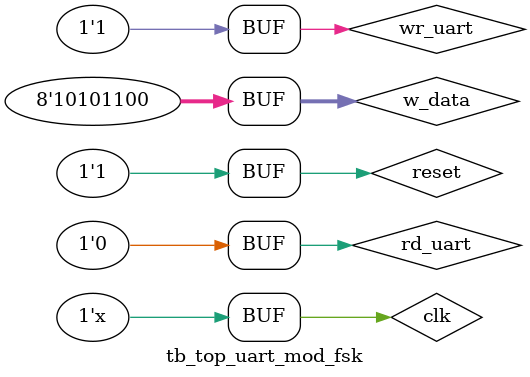
<source format=v>
`timescale 1ns/1ps
module tb_top_uart_mod_fsk();
    reg clk, reset;
    reg rd_uart, wr_uart;
    reg [7:0] w_data;
    wire tx_full, rx_empty;
    wire mosi_dac;
	wire cs_dac;
    wire sclk_dac;

top_uart_mod_fsk uut(
    .clk(clk),
    .reset(reset),
    .rd_uart(rd_uart),
    .wr_uart(wr_uart),
    .w_data(w_data),
    .tx_full(tx_full),
    .rx_empty(rx_empty),
    .mosi_dac(mosi_Dac),
    .sclk_dac(sclk_dac),
    .cs_dac(cs_dac)
);
initial begin
    clk = 0;
    reset = 0;
    w_data = 8'b10101100;
    rd_uart = 0;
    wr_uart = 1;
    #100;
    reset = 1;
    
end
always #5 clk = !clk;
endmodule
</source>
